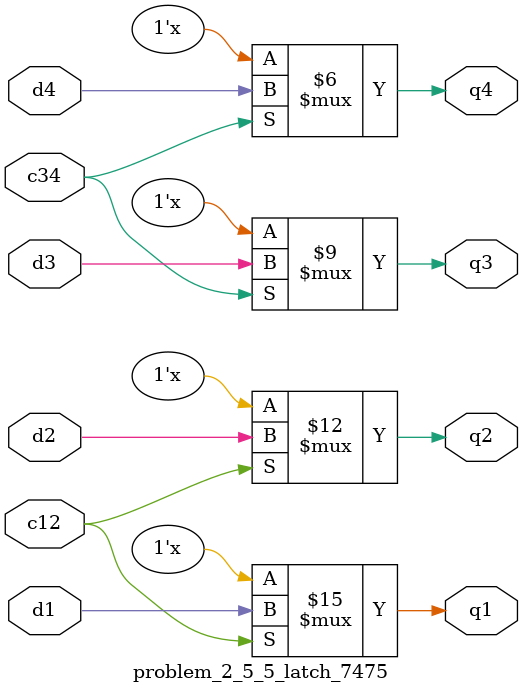
<source format=v>

module problem_2_5_5_latch_7475(d1, d2, d3, d4, c12, c34,
                                q1, q2, q3, q4);
    input d1, d2, d3, d4, c12, c34;
    output q1, q2, q3, q4;

    wire d1, d2, d3, d4, c12, c34;
    reg q1, q2, q3, q4;

    always @(d1, d2, c12)
    begin
        if (c12 == 1)
        begin
            q1 = d1;
            q2 = d2;
        end
    end

    always @(d3, d4, c34)
    begin
        if (c34 == 1)
        begin
            q3 = d3;
            q4 = d4;
        end
    end
endmodule



</source>
